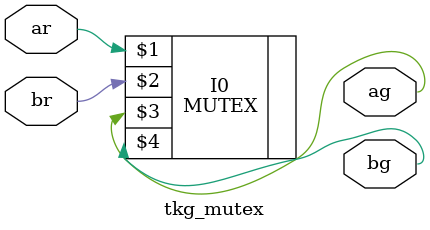
<source format=v>
/*
	Teak synthesiser for the Balsa language
	Copyright (C) 2007-2010 The University of Manchester

	This program is free software: you can redistribute it and/or modify
	it under the terms of the GNU General Public License as published by
	the Free Software Foundation, either version 3 of the License, or
	(at your option) any later version.

	This program is distributed in the hope that it will be useful,
	but WITHOUT ANY WARRANTY; without even the implied warranty of
	MERCHANTABILITY or FITNESS FOR A PARTICULAR PURPOSE.  See the
	GNU General Public License for more details.

	You should have received a copy of the GNU General Public License
	along with this program.  If not, see <http://www.gnu.org/licenses/>.

	Andrew Bardsley <bardsley@cs.man.ac.uk> (and others, see AUTHORS)
	School of Computer Science, The University of Manchester
	Oxford Road, MANCHESTER, M13 9PL, UK
*/
/*
	st65-mapping.v : Teak tech mapping for ST 65nm library
*/

/*
HS65_LS_AND2X4 (Z, A, B, C);
HS65_LS_AND3X4 (Z, A, B, C);
HS65_LS_AO222X4 (Z, A, B, C, D, E, F);
HS65_LS_AO22X4 (Z, A, B, C, D);
HS65_LS_BFX2 (Z, A);
HS65_LS_IVX2 (Z, A);
HS65_LS_NAND2X2 (Z, A, B);
HS65_LS_NAND3X2 (Z, A, B, C);
HS65_LS_NOR2X2 (Z, A, B);
HS65_LS_NOR3X1 (Z, A, B, C);
HS65_LS_OR2X4 (Z, A, B);
HS65_LS_OR3X4 (Z, A, B, C);
HS65_LS_PAO2X4 (Z, A, B, P);
HS65_LS_PAO3X4 (Z, A, B, C, P);
*/

// tkg_{and,or,nand,nor}[23] : 2/3 input AND/OR/NAND/NOR gates
module tkg_and2 (output o, input i0, i1);
	HS65_LS_AND2X4 I0 (o, i0, i1);
endmodule
module tkg_and3 (output o, input i0, i1, i2);
	HS65_LS_AND3X4 I0 (o, i0, i1, i2);
endmodule
module tkg_or2 (output o, input i0, i1);
	HS65_LS_OR2X4 I0 (o, i0, i1);
endmodule
module tkg_or3 (output o, input i0, i1, i2);
	HS65_LS_OR3X4 I0 (o, i0, i1, i2);
endmodule
module tkg_nand2 (output o, input i0, i1);
	HS65_LS_NAND2X2 I0 (o, i0, i1);
endmodule
module tkg_nand3 (output o, input i0, i1, i2);
	HS65_LS_NAND3X2 I0 (o, i0, i1, i2);
endmodule
module tkg_nor2 (output o, input i0, i1);
	HS65_LS_NOR2X2 I0 (o, i0, i1);
endmodule
module tkg_nor3 (output o, input i0, i1, i2);
	HS65_LS_NOR3X1 I0 (o, i0, i1, i2);
endmodule

// tkg_c[23] : 2/3 input symmetric C-elements
module tkg_c2 (output o, input i0, i1);
	HS65_LS_PAO2X4 I0 (o, i0, i1, o);
endmodule
module tkg_c3 (output o, input i0, i1, i2);
	HS65_LS_PAO3X4 I0 (o, i0, i1, i2, o);
endmodule
// tkg_c2r1 : 2 input symmetric C-element with active high reset
module tkg_c2r1 (output o, input i0, i1, r);
	// tkg_FIXME
endmodule
// tkg_c1u1 : asymmetric C-element with one 'symmetric' and one 'up' input
module tkg_c1u1 (output o, input s0, u0);
	HS65_LS_AO22X1 I0 (o, s0, u0, s0, o);
endmodule

// tkg_ao22 : AND-OR-22.  o = i0&i1 | i2&i3
module tkg_ao22 (output o, input i0, i1, i2, i3);
	HS65_LS_AO22X1 I0 (o, i0, i1, i2, i3);
endmodule
// tkg_ao222 : AND-OR-222.  o = i0&i1 | i2&i3 | i4&i5
module tkg_ao222 (output o, input i0, i1, i2, i3, i4, i5);
	HS65_LS_AO222X2 I0 (o, i0, i1, i2, i3, i4, i5);
endmodule

// tkg_gnd : logic 0 connection
module tkg_gnd (output o);
	// tkg_FIXME
	HS65_LS_GND I0 (o);
endmodule

// tkg_inv : inverter
module tkg_inv (output o, input i);
	HS65_LS_IVX2 I0 (o, i);
endmodule

// tkg_buff : non-inverting logical buffer
module tkg_buff (output o, input i);
	HS65_LS_BFX2 I0 (o, i);
endmodule

// tkg_mutex : mutual exclusion element.  ag&bg is never true.
module tkg_mutex (input ar, br, output ag, bg);
	// tkg_FIXME
	MUTEX I0 (ar, br, ag, bg);
endmodule

</source>
